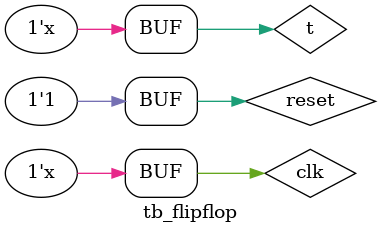
<source format=v>
`timescale 1ns / 1ps
module tb_flipflop;

        reg t,clk,reset;
        wire q,qbar;
        
        t_flipflop dut(.t(t),.clk(clk),.reset(reset),.q(q),.qbar(qbar));
        
        initial 
        begin
        t = 0;
        clk = 0;
        reset = 1;
        end
        
        always #10 clk = ~clk;
        always #25 t = ~t;
        
               
endmodule

</source>
